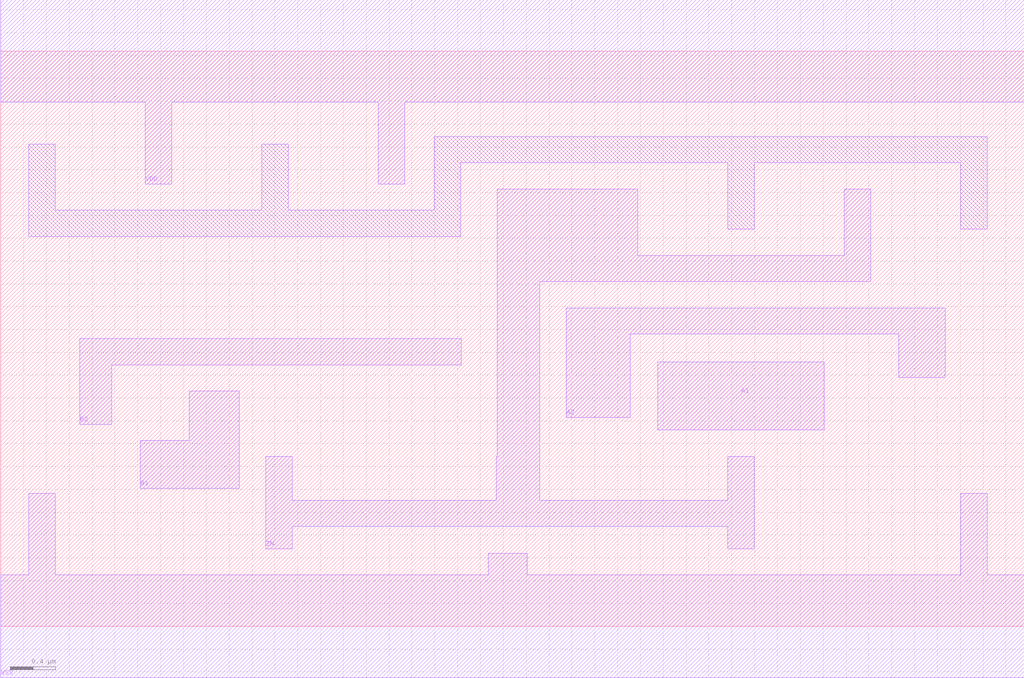
<source format=lef>
# Copyright 2022 GlobalFoundries PDK Authors
#
# Licensed under the Apache License, Version 2.0 (the "License");
# you may not use this file except in compliance with the License.
# You may obtain a copy of the License at
#
#      http://www.apache.org/licenses/LICENSE-2.0
#
# Unless required by applicable law or agreed to in writing, software
# distributed under the License is distributed on an "AS IS" BASIS,
# WITHOUT WARRANTIES OR CONDITIONS OF ANY KIND, either express or implied.
# See the License for the specific language governing permissions and
# limitations under the License.

MACRO gf180mcu_fd_sc_mcu9t5v0__aoi22_2
  CLASS core ;
  FOREIGN gf180mcu_fd_sc_mcu9t5v0__aoi22_2 0.0 0.0 ;
  ORIGIN 0 0 ;
  SYMMETRY X Y ;
  SITE GF018hv5v_green_sc9 ;
  SIZE 8.96 BY 5.04 ;
  PIN A1
    DIRECTION INPUT ;
    ANTENNAGATEAREA 3.414 ;
    PORT
      LAYER Metal1 ;
        POLYGON 5.75 1.72 7.21 1.72 7.21 2.315 5.75 2.315  ;
    END
  END A1
  PIN A2
    DIRECTION INPUT ;
    ANTENNAGATEAREA 3.414 ;
    PORT
      LAYER Metal1 ;
        POLYGON 4.95 1.83 5.51 1.83 5.51 2.56 7.86 2.56 7.86 2.18 8.27 2.18 8.27 2.79 4.95 2.79  ;
    END
  END A2
  PIN B1
    DIRECTION INPUT ;
    ANTENNAGATEAREA 3.414 ;
    PORT
      LAYER Metal1 ;
        POLYGON 1.22 1.21 2.09 1.21 2.09 2.06 1.65 2.06 1.65 1.63 1.22 1.63  ;
    END
  END B1
  PIN B2
    DIRECTION INPUT ;
    ANTENNAGATEAREA 3.414 ;
    PORT
      LAYER Metal1 ;
        POLYGON 0.69 1.77 0.97 1.77 0.97 2.29 4.03 2.29 4.03 2.52 0.69 2.52  ;
    END
  END B2
  PIN ZN
    DIRECTION OUTPUT ;
    ANTENNADIFFAREA 3.3222 ;
    PORT
      LAYER Metal1 ;
        POLYGON 4.72 3.02 7.615 3.02 7.615 3.83 7.385 3.83 7.385 3.25 5.575 3.25 5.575 3.83 4.345 3.83 4.345 1.49 4.34 1.49 4.34 1.105 2.55 1.105 2.55 1.49 2.32 1.49 2.32 0.68 2.55 0.68 2.55 0.875 6.365 0.875 6.365 0.68 6.595 0.68 6.595 1.49 6.365 1.49 6.365 1.105 4.72 1.105  ;
    END
  END ZN
  PIN VDD
    DIRECTION INOUT ;
    USE power ;
    SHAPE ABUTMENT ;
    PORT
      LAYER Metal1 ;
        POLYGON 0 4.59 1.265 4.59 1.265 3.875 1.495 3.875 1.495 4.59 3.305 4.59 3.305 3.875 3.535 3.875 3.535 4.59 8.635 4.59 8.96 4.59 8.96 5.49 8.635 5.49 0 5.49  ;
    END
  END VDD
  PIN VSS
    DIRECTION INOUT ;
    USE ground ;
    SHAPE ABUTMENT ;
    PORT
      LAYER Metal1 ;
        POLYGON 0 -0.45 8.96 -0.45 8.96 0.45 8.635 0.45 8.635 1.165 8.405 1.165 8.405 0.45 4.61 0.45 4.61 0.64 4.27 0.64 4.27 0.45 0.475 0.45 0.475 1.165 0.245 1.165 0.245 0.45 0 0.45  ;
    END
  END VSS
  OBS
      LAYER Metal1 ;
        POLYGON 0.245 3.415 4.025 3.415 4.025 4.06 6.365 4.06 6.365 3.48 6.595 3.48 6.595 4.06 8.405 4.06 8.405 3.48 8.635 3.48 8.635 4.29 3.795 4.29 3.795 3.645 2.515 3.645 2.515 4.225 2.285 4.225 2.285 3.645 0.475 3.645 0.475 4.225 0.245 4.225  ;
  END
END gf180mcu_fd_sc_mcu9t5v0__aoi22_2

</source>
